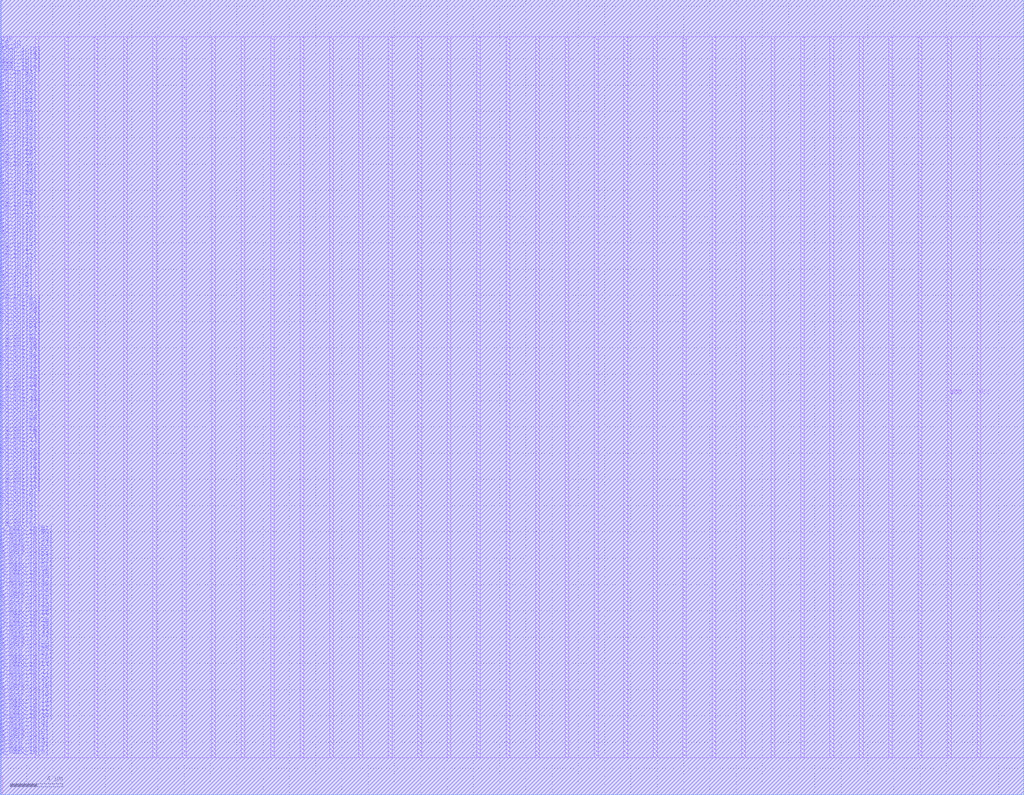
<source format=lef>
VERSION 5.7 ;
BUSBITCHARS "[]" ;
MACRO fakeram45_64x62_upper
  FOREIGN fakeram45_64x62_upper 0 0 ;
  SYMMETRY X Y R90 ;
  SIZE 0.19 BY 1.4 ;
  CLASS BLOCK ;
  PIN w_mask_in[0]
    DIRECTION INPUT ;
    USE SIGNAL ;
    SHAPE ABUTMENT ;
    PORT
      LAYER metal18 ;
      RECT 0.000 2.800 0.070 2.870 ;
    END
  END w_mask_in[0]
  PIN w_mask_in[1]
    DIRECTION INPUT ;
    USE SIGNAL ;
    SHAPE ABUTMENT ;
    PORT
      LAYER metal18 ;
      RECT 0.000 3.080 0.070 3.150 ;
    END
  END w_mask_in[1]
  PIN w_mask_in[2]
    DIRECTION INPUT ;
    USE SIGNAL ;
    SHAPE ABUTMENT ;
    PORT
      LAYER metal18 ;
      RECT 0.000 3.360 0.070 3.430 ;
    END
  END w_mask_in[2]
  PIN w_mask_in[3]
    DIRECTION INPUT ;
    USE SIGNAL ;
    SHAPE ABUTMENT ;
    PORT
      LAYER metal18 ;
      RECT 0.000 3.640 0.070 3.710 ;
    END
  END w_mask_in[3]
  PIN w_mask_in[4]
    DIRECTION INPUT ;
    USE SIGNAL ;
    SHAPE ABUTMENT ;
    PORT
      LAYER metal18 ;
      RECT 0.000 3.920 0.070 3.990 ;
    END
  END w_mask_in[4]
  PIN w_mask_in[5]
    DIRECTION INPUT ;
    USE SIGNAL ;
    SHAPE ABUTMENT ;
    PORT
      LAYER metal18 ;
      RECT 0.000 4.200 0.070 4.270 ;
    END
  END w_mask_in[5]
  PIN w_mask_in[6]
    DIRECTION INPUT ;
    USE SIGNAL ;
    SHAPE ABUTMENT ;
    PORT
      LAYER metal18 ;
      RECT 0.000 4.480 0.070 4.550 ;
    END
  END w_mask_in[6]
  PIN w_mask_in[7]
    DIRECTION INPUT ;
    USE SIGNAL ;
    SHAPE ABUTMENT ;
    PORT
      LAYER metal18 ;
      RECT 0.000 4.760 0.070 4.830 ;
    END
  END w_mask_in[7]
  PIN w_mask_in[8]
    DIRECTION INPUT ;
    USE SIGNAL ;
    SHAPE ABUTMENT ;
    PORT
      LAYER metal18 ;
      RECT 0.000 5.040 0.070 5.110 ;
    END
  END w_mask_in[8]
  PIN w_mask_in[9]
    DIRECTION INPUT ;
    USE SIGNAL ;
    SHAPE ABUTMENT ;
    PORT
      LAYER metal18 ;
      RECT 0.000 5.320 0.070 5.390 ;
    END
  END w_mask_in[9]
  PIN w_mask_in[10]
    DIRECTION INPUT ;
    USE SIGNAL ;
    SHAPE ABUTMENT ;
    PORT
      LAYER metal18 ;
      RECT 0.000 5.600 0.070 5.670 ;
    END
  END w_mask_in[10]
  PIN w_mask_in[11]
    DIRECTION INPUT ;
    USE SIGNAL ;
    SHAPE ABUTMENT ;
    PORT
      LAYER metal18 ;
      RECT 0.000 5.880 0.070 5.950 ;
    END
  END w_mask_in[11]
  PIN w_mask_in[12]
    DIRECTION INPUT ;
    USE SIGNAL ;
    SHAPE ABUTMENT ;
    PORT
      LAYER metal18 ;
      RECT 0.000 6.160 0.070 6.230 ;
    END
  END w_mask_in[12]
  PIN w_mask_in[13]
    DIRECTION INPUT ;
    USE SIGNAL ;
    SHAPE ABUTMENT ;
    PORT
      LAYER metal18 ;
      RECT 0.000 6.440 0.070 6.510 ;
    END
  END w_mask_in[13]
  PIN w_mask_in[14]
    DIRECTION INPUT ;
    USE SIGNAL ;
    SHAPE ABUTMENT ;
    PORT
      LAYER metal18 ;
      RECT 0.000 6.720 0.070 6.790 ;
    END
  END w_mask_in[14]
  PIN w_mask_in[15]
    DIRECTION INPUT ;
    USE SIGNAL ;
    SHAPE ABUTMENT ;
    PORT
      LAYER metal18 ;
      RECT 0.000 7.000 0.070 7.070 ;
    END
  END w_mask_in[15]
  PIN w_mask_in[16]
    DIRECTION INPUT ;
    USE SIGNAL ;
    SHAPE ABUTMENT ;
    PORT
      LAYER metal18 ;
      RECT 0.000 7.280 0.070 7.350 ;
    END
  END w_mask_in[16]
  PIN w_mask_in[17]
    DIRECTION INPUT ;
    USE SIGNAL ;
    SHAPE ABUTMENT ;
    PORT
      LAYER metal18 ;
      RECT 0.000 7.560 0.070 7.630 ;
    END
  END w_mask_in[17]
  PIN w_mask_in[18]
    DIRECTION INPUT ;
    USE SIGNAL ;
    SHAPE ABUTMENT ;
    PORT
      LAYER metal18 ;
      RECT 0.000 7.840 0.070 7.910 ;
    END
  END w_mask_in[18]
  PIN w_mask_in[19]
    DIRECTION INPUT ;
    USE SIGNAL ;
    SHAPE ABUTMENT ;
    PORT
      LAYER metal18 ;
      RECT 0.000 8.120 0.070 8.190 ;
    END
  END w_mask_in[19]
  PIN w_mask_in[20]
    DIRECTION INPUT ;
    USE SIGNAL ;
    SHAPE ABUTMENT ;
    PORT
      LAYER metal18 ;
      RECT 0.000 8.400 0.070 8.470 ;
    END
  END w_mask_in[20]
  PIN w_mask_in[21]
    DIRECTION INPUT ;
    USE SIGNAL ;
    SHAPE ABUTMENT ;
    PORT
      LAYER metal18 ;
      RECT 0.000 8.680 0.070 8.750 ;
    END
  END w_mask_in[21]
  PIN w_mask_in[22]
    DIRECTION INPUT ;
    USE SIGNAL ;
    SHAPE ABUTMENT ;
    PORT
      LAYER metal18 ;
      RECT 0.000 8.960 0.070 9.030 ;
    END
  END w_mask_in[22]
  PIN w_mask_in[23]
    DIRECTION INPUT ;
    USE SIGNAL ;
    SHAPE ABUTMENT ;
    PORT
      LAYER metal18 ;
      RECT 0.000 9.240 0.070 9.310 ;
    END
  END w_mask_in[23]
  PIN w_mask_in[24]
    DIRECTION INPUT ;
    USE SIGNAL ;
    SHAPE ABUTMENT ;
    PORT
      LAYER metal18 ;
      RECT 0.000 9.520 0.070 9.590 ;
    END
  END w_mask_in[24]
  PIN w_mask_in[25]
    DIRECTION INPUT ;
    USE SIGNAL ;
    SHAPE ABUTMENT ;
    PORT
      LAYER metal18 ;
      RECT 0.000 9.800 0.070 9.870 ;
    END
  END w_mask_in[25]
  PIN w_mask_in[26]
    DIRECTION INPUT ;
    USE SIGNAL ;
    SHAPE ABUTMENT ;
    PORT
      LAYER metal18 ;
      RECT 0.000 10.080 0.070 10.150 ;
    END
  END w_mask_in[26]
  PIN w_mask_in[27]
    DIRECTION INPUT ;
    USE SIGNAL ;
    SHAPE ABUTMENT ;
    PORT
      LAYER metal18 ;
      RECT 0.000 10.360 0.070 10.430 ;
    END
  END w_mask_in[27]
  PIN w_mask_in[28]
    DIRECTION INPUT ;
    USE SIGNAL ;
    SHAPE ABUTMENT ;
    PORT
      LAYER metal18 ;
      RECT 0.000 10.640 0.070 10.710 ;
    END
  END w_mask_in[28]
  PIN w_mask_in[29]
    DIRECTION INPUT ;
    USE SIGNAL ;
    SHAPE ABUTMENT ;
    PORT
      LAYER metal18 ;
      RECT 0.000 10.920 0.070 10.990 ;
    END
  END w_mask_in[29]
  PIN w_mask_in[30]
    DIRECTION INPUT ;
    USE SIGNAL ;
    SHAPE ABUTMENT ;
    PORT
      LAYER metal18 ;
      RECT 0.000 11.200 0.070 11.270 ;
    END
  END w_mask_in[30]
  PIN w_mask_in[31]
    DIRECTION INPUT ;
    USE SIGNAL ;
    SHAPE ABUTMENT ;
    PORT
      LAYER metal18 ;
      RECT 0.000 11.480 0.070 11.550 ;
    END
  END w_mask_in[31]
  PIN w_mask_in[32]
    DIRECTION INPUT ;
    USE SIGNAL ;
    SHAPE ABUTMENT ;
    PORT
      LAYER metal18 ;
      RECT 0.000 11.760 0.070 11.830 ;
    END
  END w_mask_in[32]
  PIN w_mask_in[33]
    DIRECTION INPUT ;
    USE SIGNAL ;
    SHAPE ABUTMENT ;
    PORT
      LAYER metal18 ;
      RECT 0.000 12.040 0.070 12.110 ;
    END
  END w_mask_in[33]
  PIN w_mask_in[34]
    DIRECTION INPUT ;
    USE SIGNAL ;
    SHAPE ABUTMENT ;
    PORT
      LAYER metal18 ;
      RECT 0.000 12.320 0.070 12.390 ;
    END
  END w_mask_in[34]
  PIN w_mask_in[35]
    DIRECTION INPUT ;
    USE SIGNAL ;
    SHAPE ABUTMENT ;
    PORT
      LAYER metal18 ;
      RECT 0.000 12.600 0.070 12.670 ;
    END
  END w_mask_in[35]
  PIN w_mask_in[36]
    DIRECTION INPUT ;
    USE SIGNAL ;
    SHAPE ABUTMENT ;
    PORT
      LAYER metal18 ;
      RECT 0.000 12.880 0.070 12.950 ;
    END
  END w_mask_in[36]
  PIN w_mask_in[37]
    DIRECTION INPUT ;
    USE SIGNAL ;
    SHAPE ABUTMENT ;
    PORT
      LAYER metal18 ;
      RECT 0.000 13.160 0.070 13.230 ;
    END
  END w_mask_in[37]
  PIN w_mask_in[38]
    DIRECTION INPUT ;
    USE SIGNAL ;
    SHAPE ABUTMENT ;
    PORT
      LAYER metal18 ;
      RECT 0.000 13.440 0.070 13.510 ;
    END
  END w_mask_in[38]
  PIN w_mask_in[39]
    DIRECTION INPUT ;
    USE SIGNAL ;
    SHAPE ABUTMENT ;
    PORT
      LAYER metal18 ;
      RECT 0.000 13.720 0.070 13.790 ;
    END
  END w_mask_in[39]
  PIN w_mask_in[40]
    DIRECTION INPUT ;
    USE SIGNAL ;
    SHAPE ABUTMENT ;
    PORT
      LAYER metal18 ;
      RECT 0.000 14.000 0.070 14.070 ;
    END
  END w_mask_in[40]
  PIN w_mask_in[41]
    DIRECTION INPUT ;
    USE SIGNAL ;
    SHAPE ABUTMENT ;
    PORT
      LAYER metal18 ;
      RECT 0.000 14.280 0.070 14.350 ;
    END
  END w_mask_in[41]
  PIN w_mask_in[42]
    DIRECTION INPUT ;
    USE SIGNAL ;
    SHAPE ABUTMENT ;
    PORT
      LAYER metal18 ;
      RECT 0.000 14.560 0.070 14.630 ;
    END
  END w_mask_in[42]
  PIN w_mask_in[43]
    DIRECTION INPUT ;
    USE SIGNAL ;
    SHAPE ABUTMENT ;
    PORT
      LAYER metal18 ;
      RECT 0.000 14.840 0.070 14.910 ;
    END
  END w_mask_in[43]
  PIN w_mask_in[44]
    DIRECTION INPUT ;
    USE SIGNAL ;
    SHAPE ABUTMENT ;
    PORT
      LAYER metal18 ;
      RECT 0.000 15.120 0.070 15.190 ;
    END
  END w_mask_in[44]
  PIN w_mask_in[45]
    DIRECTION INPUT ;
    USE SIGNAL ;
    SHAPE ABUTMENT ;
    PORT
      LAYER metal18 ;
      RECT 0.000 15.400 0.070 15.470 ;
    END
  END w_mask_in[45]
  PIN w_mask_in[46]
    DIRECTION INPUT ;
    USE SIGNAL ;
    SHAPE ABUTMENT ;
    PORT
      LAYER metal18 ;
      RECT 0.000 15.680 0.070 15.750 ;
    END
  END w_mask_in[46]
  PIN w_mask_in[47]
    DIRECTION INPUT ;
    USE SIGNAL ;
    SHAPE ABUTMENT ;
    PORT
      LAYER metal18 ;
      RECT 0.000 15.960 0.070 16.030 ;
    END
  END w_mask_in[47]
  PIN w_mask_in[48]
    DIRECTION INPUT ;
    USE SIGNAL ;
    SHAPE ABUTMENT ;
    PORT
      LAYER metal18 ;
      RECT 0.000 16.240 0.070 16.310 ;
    END
  END w_mask_in[48]
  PIN w_mask_in[49]
    DIRECTION INPUT ;
    USE SIGNAL ;
    SHAPE ABUTMENT ;
    PORT
      LAYER metal18 ;
      RECT 0.000 16.520 0.070 16.590 ;
    END
  END w_mask_in[49]
  PIN w_mask_in[50]
    DIRECTION INPUT ;
    USE SIGNAL ;
    SHAPE ABUTMENT ;
    PORT
      LAYER metal18 ;
      RECT 0.000 16.800 0.070 16.870 ;
    END
  END w_mask_in[50]
  PIN w_mask_in[51]
    DIRECTION INPUT ;
    USE SIGNAL ;
    SHAPE ABUTMENT ;
    PORT
      LAYER metal18 ;
      RECT 0.000 17.080 0.070 17.150 ;
    END
  END w_mask_in[51]
  PIN w_mask_in[52]
    DIRECTION INPUT ;
    USE SIGNAL ;
    SHAPE ABUTMENT ;
    PORT
      LAYER metal18 ;
      RECT 0.000 17.360 0.070 17.430 ;
    END
  END w_mask_in[52]
  PIN w_mask_in[53]
    DIRECTION INPUT ;
    USE SIGNAL ;
    SHAPE ABUTMENT ;
    PORT
      LAYER metal18 ;
      RECT 0.000 17.640 0.070 17.710 ;
    END
  END w_mask_in[53]
  PIN w_mask_in[54]
    DIRECTION INPUT ;
    USE SIGNAL ;
    SHAPE ABUTMENT ;
    PORT
      LAYER metal18 ;
      RECT 0.000 17.920 0.070 17.990 ;
    END
  END w_mask_in[54]
  PIN w_mask_in[55]
    DIRECTION INPUT ;
    USE SIGNAL ;
    SHAPE ABUTMENT ;
    PORT
      LAYER metal18 ;
      RECT 0.000 18.200 0.070 18.270 ;
    END
  END w_mask_in[55]
  PIN w_mask_in[56]
    DIRECTION INPUT ;
    USE SIGNAL ;
    SHAPE ABUTMENT ;
    PORT
      LAYER metal18 ;
      RECT 0.000 18.480 0.070 18.550 ;
    END
  END w_mask_in[56]
  PIN w_mask_in[57]
    DIRECTION INPUT ;
    USE SIGNAL ;
    SHAPE ABUTMENT ;
    PORT
      LAYER metal18 ;
      RECT 0.000 18.760 0.070 18.830 ;
    END
  END w_mask_in[57]
  PIN w_mask_in[58]
    DIRECTION INPUT ;
    USE SIGNAL ;
    SHAPE ABUTMENT ;
    PORT
      LAYER metal18 ;
      RECT 0.000 19.040 0.070 19.110 ;
    END
  END w_mask_in[58]
  PIN w_mask_in[59]
    DIRECTION INPUT ;
    USE SIGNAL ;
    SHAPE ABUTMENT ;
    PORT
      LAYER metal18 ;
      RECT 0.000 19.320 0.070 19.390 ;
    END
  END w_mask_in[59]
  PIN w_mask_in[60]
    DIRECTION INPUT ;
    USE SIGNAL ;
    SHAPE ABUTMENT ;
    PORT
      LAYER metal18 ;
      RECT 0.000 19.600 0.070 19.670 ;
    END
  END w_mask_in[60]
  PIN w_mask_in[61]
    DIRECTION INPUT ;
    USE SIGNAL ;
    SHAPE ABUTMENT ;
    PORT
      LAYER metal18 ;
      RECT 0.000 19.880 0.070 19.950 ;
    END
  END w_mask_in[61]
  PIN rd_out[0]
    DIRECTION OUTPUT ;
    USE SIGNAL ;
    SHAPE ABUTMENT ;
    PORT
      LAYER metal18 ;
      RECT 0.000 20.160 0.070 20.230 ;
    END
  END rd_out[0]
  PIN rd_out[1]
    DIRECTION OUTPUT ;
    USE SIGNAL ;
    SHAPE ABUTMENT ;
    PORT
      LAYER metal18 ;
      RECT 0.000 20.440 0.070 20.510 ;
    END
  END rd_out[1]
  PIN rd_out[2]
    DIRECTION OUTPUT ;
    USE SIGNAL ;
    SHAPE ABUTMENT ;
    PORT
      LAYER metal18 ;
      RECT 0.000 20.720 0.070 20.790 ;
    END
  END rd_out[2]
  PIN rd_out[3]
    DIRECTION OUTPUT ;
    USE SIGNAL ;
    SHAPE ABUTMENT ;
    PORT
      LAYER metal18 ;
      RECT 0.000 21.000 0.070 21.070 ;
    END
  END rd_out[3]
  PIN rd_out[4]
    DIRECTION OUTPUT ;
    USE SIGNAL ;
    SHAPE ABUTMENT ;
    PORT
      LAYER metal18 ;
      RECT 0.000 21.280 0.070 21.350 ;
    END
  END rd_out[4]
  PIN rd_out[5]
    DIRECTION OUTPUT ;
    USE SIGNAL ;
    SHAPE ABUTMENT ;
    PORT
      LAYER metal18 ;
      RECT 0.000 21.560 0.070 21.630 ;
    END
  END rd_out[5]
  PIN rd_out[6]
    DIRECTION OUTPUT ;
    USE SIGNAL ;
    SHAPE ABUTMENT ;
    PORT
      LAYER metal18 ;
      RECT 0.000 21.840 0.070 21.910 ;
    END
  END rd_out[6]
  PIN rd_out[7]
    DIRECTION OUTPUT ;
    USE SIGNAL ;
    SHAPE ABUTMENT ;
    PORT
      LAYER metal18 ;
      RECT 0.000 22.120 0.070 22.190 ;
    END
  END rd_out[7]
  PIN rd_out[8]
    DIRECTION OUTPUT ;
    USE SIGNAL ;
    SHAPE ABUTMENT ;
    PORT
      LAYER metal18 ;
      RECT 0.000 22.400 0.070 22.470 ;
    END
  END rd_out[8]
  PIN rd_out[9]
    DIRECTION OUTPUT ;
    USE SIGNAL ;
    SHAPE ABUTMENT ;
    PORT
      LAYER metal18 ;
      RECT 0.000 22.680 0.070 22.750 ;
    END
  END rd_out[9]
  PIN rd_out[10]
    DIRECTION OUTPUT ;
    USE SIGNAL ;
    SHAPE ABUTMENT ;
    PORT
      LAYER metal18 ;
      RECT 0.000 22.960 0.070 23.030 ;
    END
  END rd_out[10]
  PIN rd_out[11]
    DIRECTION OUTPUT ;
    USE SIGNAL ;
    SHAPE ABUTMENT ;
    PORT
      LAYER metal18 ;
      RECT 0.000 23.240 0.070 23.310 ;
    END
  END rd_out[11]
  PIN rd_out[12]
    DIRECTION OUTPUT ;
    USE SIGNAL ;
    SHAPE ABUTMENT ;
    PORT
      LAYER metal18 ;
      RECT 0.000 23.520 0.070 23.590 ;
    END
  END rd_out[12]
  PIN rd_out[13]
    DIRECTION OUTPUT ;
    USE SIGNAL ;
    SHAPE ABUTMENT ;
    PORT
      LAYER metal18 ;
      RECT 0.000 23.800 0.070 23.870 ;
    END
  END rd_out[13]
  PIN rd_out[14]
    DIRECTION OUTPUT ;
    USE SIGNAL ;
    SHAPE ABUTMENT ;
    PORT
      LAYER metal18 ;
      RECT 0.000 24.080 0.070 24.150 ;
    END
  END rd_out[14]
  PIN rd_out[15]
    DIRECTION OUTPUT ;
    USE SIGNAL ;
    SHAPE ABUTMENT ;
    PORT
      LAYER metal18 ;
      RECT 0.000 24.360 0.070 24.430 ;
    END
  END rd_out[15]
  PIN rd_out[16]
    DIRECTION OUTPUT ;
    USE SIGNAL ;
    SHAPE ABUTMENT ;
    PORT
      LAYER metal18 ;
      RECT 0.000 24.640 0.070 24.710 ;
    END
  END rd_out[16]
  PIN rd_out[17]
    DIRECTION OUTPUT ;
    USE SIGNAL ;
    SHAPE ABUTMENT ;
    PORT
      LAYER metal18 ;
      RECT 0.000 24.920 0.070 24.990 ;
    END
  END rd_out[17]
  PIN rd_out[18]
    DIRECTION OUTPUT ;
    USE SIGNAL ;
    SHAPE ABUTMENT ;
    PORT
      LAYER metal18 ;
      RECT 0.000 25.200 0.070 25.270 ;
    END
  END rd_out[18]
  PIN rd_out[19]
    DIRECTION OUTPUT ;
    USE SIGNAL ;
    SHAPE ABUTMENT ;
    PORT
      LAYER metal18 ;
      RECT 0.000 25.480 0.070 25.550 ;
    END
  END rd_out[19]
  PIN rd_out[20]
    DIRECTION OUTPUT ;
    USE SIGNAL ;
    SHAPE ABUTMENT ;
    PORT
      LAYER metal18 ;
      RECT 0.000 25.760 0.070 25.830 ;
    END
  END rd_out[20]
  PIN rd_out[21]
    DIRECTION OUTPUT ;
    USE SIGNAL ;
    SHAPE ABUTMENT ;
    PORT
      LAYER metal18 ;
      RECT 0.000 26.040 0.070 26.110 ;
    END
  END rd_out[21]
  PIN rd_out[22]
    DIRECTION OUTPUT ;
    USE SIGNAL ;
    SHAPE ABUTMENT ;
    PORT
      LAYER metal18 ;
      RECT 0.000 26.320 0.070 26.390 ;
    END
  END rd_out[22]
  PIN rd_out[23]
    DIRECTION OUTPUT ;
    USE SIGNAL ;
    SHAPE ABUTMENT ;
    PORT
      LAYER metal18 ;
      RECT 0.000 26.600 0.070 26.670 ;
    END
  END rd_out[23]
  PIN rd_out[24]
    DIRECTION OUTPUT ;
    USE SIGNAL ;
    SHAPE ABUTMENT ;
    PORT
      LAYER metal18 ;
      RECT 0.000 26.880 0.070 26.950 ;
    END
  END rd_out[24]
  PIN rd_out[25]
    DIRECTION OUTPUT ;
    USE SIGNAL ;
    SHAPE ABUTMENT ;
    PORT
      LAYER metal18 ;
      RECT 0.000 27.160 0.070 27.230 ;
    END
  END rd_out[25]
  PIN rd_out[26]
    DIRECTION OUTPUT ;
    USE SIGNAL ;
    SHAPE ABUTMENT ;
    PORT
      LAYER metal18 ;
      RECT 0.000 27.440 0.070 27.510 ;
    END
  END rd_out[26]
  PIN rd_out[27]
    DIRECTION OUTPUT ;
    USE SIGNAL ;
    SHAPE ABUTMENT ;
    PORT
      LAYER metal18 ;
      RECT 0.000 27.720 0.070 27.790 ;
    END
  END rd_out[27]
  PIN rd_out[28]
    DIRECTION OUTPUT ;
    USE SIGNAL ;
    SHAPE ABUTMENT ;
    PORT
      LAYER metal18 ;
      RECT 0.000 28.000 0.070 28.070 ;
    END
  END rd_out[28]
  PIN rd_out[29]
    DIRECTION OUTPUT ;
    USE SIGNAL ;
    SHAPE ABUTMENT ;
    PORT
      LAYER metal18 ;
      RECT 0.000 28.280 0.070 28.350 ;
    END
  END rd_out[29]
  PIN rd_out[30]
    DIRECTION OUTPUT ;
    USE SIGNAL ;
    SHAPE ABUTMENT ;
    PORT
      LAYER metal18 ;
      RECT 0.000 28.560 0.070 28.630 ;
    END
  END rd_out[30]
  PIN rd_out[31]
    DIRECTION OUTPUT ;
    USE SIGNAL ;
    SHAPE ABUTMENT ;
    PORT
      LAYER metal18 ;
      RECT 0.000 28.840 0.070 28.910 ;
    END
  END rd_out[31]
  PIN rd_out[32]
    DIRECTION OUTPUT ;
    USE SIGNAL ;
    SHAPE ABUTMENT ;
    PORT
      LAYER metal18 ;
      RECT 0.000 29.120 0.070 29.190 ;
    END
  END rd_out[32]
  PIN rd_out[33]
    DIRECTION OUTPUT ;
    USE SIGNAL ;
    SHAPE ABUTMENT ;
    PORT
      LAYER metal18 ;
      RECT 0.000 29.400 0.070 29.470 ;
    END
  END rd_out[33]
  PIN rd_out[34]
    DIRECTION OUTPUT ;
    USE SIGNAL ;
    SHAPE ABUTMENT ;
    PORT
      LAYER metal18 ;
      RECT 0.000 29.680 0.070 29.750 ;
    END
  END rd_out[34]
  PIN rd_out[35]
    DIRECTION OUTPUT ;
    USE SIGNAL ;
    SHAPE ABUTMENT ;
    PORT
      LAYER metal18 ;
      RECT 0.000 29.960 0.070 30.030 ;
    END
  END rd_out[35]
  PIN rd_out[36]
    DIRECTION OUTPUT ;
    USE SIGNAL ;
    SHAPE ABUTMENT ;
    PORT
      LAYER metal18 ;
      RECT 0.000 30.240 0.070 30.310 ;
    END
  END rd_out[36]
  PIN rd_out[37]
    DIRECTION OUTPUT ;
    USE SIGNAL ;
    SHAPE ABUTMENT ;
    PORT
      LAYER metal18 ;
      RECT 0.000 30.520 0.070 30.590 ;
    END
  END rd_out[37]
  PIN rd_out[38]
    DIRECTION OUTPUT ;
    USE SIGNAL ;
    SHAPE ABUTMENT ;
    PORT
      LAYER metal18 ;
      RECT 0.000 30.800 0.070 30.870 ;
    END
  END rd_out[38]
  PIN rd_out[39]
    DIRECTION OUTPUT ;
    USE SIGNAL ;
    SHAPE ABUTMENT ;
    PORT
      LAYER metal18 ;
      RECT 0.000 31.080 0.070 31.150 ;
    END
  END rd_out[39]
  PIN rd_out[40]
    DIRECTION OUTPUT ;
    USE SIGNAL ;
    SHAPE ABUTMENT ;
    PORT
      LAYER metal18 ;
      RECT 0.000 31.360 0.070 31.430 ;
    END
  END rd_out[40]
  PIN rd_out[41]
    DIRECTION OUTPUT ;
    USE SIGNAL ;
    SHAPE ABUTMENT ;
    PORT
      LAYER metal18 ;
      RECT 0.000 31.640 0.070 31.710 ;
    END
  END rd_out[41]
  PIN rd_out[42]
    DIRECTION OUTPUT ;
    USE SIGNAL ;
    SHAPE ABUTMENT ;
    PORT
      LAYER metal18 ;
      RECT 0.000 31.920 0.070 31.990 ;
    END
  END rd_out[42]
  PIN rd_out[43]
    DIRECTION OUTPUT ;
    USE SIGNAL ;
    SHAPE ABUTMENT ;
    PORT
      LAYER metal18 ;
      RECT 0.000 32.200 0.070 32.270 ;
    END
  END rd_out[43]
  PIN rd_out[44]
    DIRECTION OUTPUT ;
    USE SIGNAL ;
    SHAPE ABUTMENT ;
    PORT
      LAYER metal18 ;
      RECT 0.000 32.480 0.070 32.550 ;
    END
  END rd_out[44]
  PIN rd_out[45]
    DIRECTION OUTPUT ;
    USE SIGNAL ;
    SHAPE ABUTMENT ;
    PORT
      LAYER metal18 ;
      RECT 0.000 32.760 0.070 32.830 ;
    END
  END rd_out[45]
  PIN rd_out[46]
    DIRECTION OUTPUT ;
    USE SIGNAL ;
    SHAPE ABUTMENT ;
    PORT
      LAYER metal18 ;
      RECT 0.000 33.040 0.070 33.110 ;
    END
  END rd_out[46]
  PIN rd_out[47]
    DIRECTION OUTPUT ;
    USE SIGNAL ;
    SHAPE ABUTMENT ;
    PORT
      LAYER metal18 ;
      RECT 0.000 33.320 0.070 33.390 ;
    END
  END rd_out[47]
  PIN rd_out[48]
    DIRECTION OUTPUT ;
    USE SIGNAL ;
    SHAPE ABUTMENT ;
    PORT
      LAYER metal18 ;
      RECT 0.000 33.600 0.070 33.670 ;
    END
  END rd_out[48]
  PIN rd_out[49]
    DIRECTION OUTPUT ;
    USE SIGNAL ;
    SHAPE ABUTMENT ;
    PORT
      LAYER metal18 ;
      RECT 0.000 33.880 0.070 33.950 ;
    END
  END rd_out[49]
  PIN rd_out[50]
    DIRECTION OUTPUT ;
    USE SIGNAL ;
    SHAPE ABUTMENT ;
    PORT
      LAYER metal18 ;
      RECT 0.000 34.160 0.070 34.230 ;
    END
  END rd_out[50]
  PIN rd_out[51]
    DIRECTION OUTPUT ;
    USE SIGNAL ;
    SHAPE ABUTMENT ;
    PORT
      LAYER metal18 ;
      RECT 0.000 34.440 0.070 34.510 ;
    END
  END rd_out[51]
  PIN rd_out[52]
    DIRECTION OUTPUT ;
    USE SIGNAL ;
    SHAPE ABUTMENT ;
    PORT
      LAYER metal18 ;
      RECT 0.000 34.720 0.070 34.790 ;
    END
  END rd_out[52]
  PIN rd_out[53]
    DIRECTION OUTPUT ;
    USE SIGNAL ;
    SHAPE ABUTMENT ;
    PORT
      LAYER metal18 ;
      RECT 0.000 35.000 0.070 35.070 ;
    END
  END rd_out[53]
  PIN rd_out[54]
    DIRECTION OUTPUT ;
    USE SIGNAL ;
    SHAPE ABUTMENT ;
    PORT
      LAYER metal18 ;
      RECT 0.000 35.280 0.070 35.350 ;
    END
  END rd_out[54]
  PIN rd_out[55]
    DIRECTION OUTPUT ;
    USE SIGNAL ;
    SHAPE ABUTMENT ;
    PORT
      LAYER metal18 ;
      RECT 0.000 35.560 0.070 35.630 ;
    END
  END rd_out[55]
  PIN rd_out[56]
    DIRECTION OUTPUT ;
    USE SIGNAL ;
    SHAPE ABUTMENT ;
    PORT
      LAYER metal18 ;
      RECT 0.000 35.840 0.070 35.910 ;
    END
  END rd_out[56]
  PIN rd_out[57]
    DIRECTION OUTPUT ;
    USE SIGNAL ;
    SHAPE ABUTMENT ;
    PORT
      LAYER metal18 ;
      RECT 0.000 36.120 0.070 36.190 ;
    END
  END rd_out[57]
  PIN rd_out[58]
    DIRECTION OUTPUT ;
    USE SIGNAL ;
    SHAPE ABUTMENT ;
    PORT
      LAYER metal18 ;
      RECT 0.000 36.400 0.070 36.470 ;
    END
  END rd_out[58]
  PIN rd_out[59]
    DIRECTION OUTPUT ;
    USE SIGNAL ;
    SHAPE ABUTMENT ;
    PORT
      LAYER metal18 ;
      RECT 0.000 36.680 0.070 36.750 ;
    END
  END rd_out[59]
  PIN rd_out[60]
    DIRECTION OUTPUT ;
    USE SIGNAL ;
    SHAPE ABUTMENT ;
    PORT
      LAYER metal18 ;
      RECT 0.000 36.960 0.070 37.030 ;
    END
  END rd_out[60]
  PIN rd_out[61]
    DIRECTION OUTPUT ;
    USE SIGNAL ;
    SHAPE ABUTMENT ;
    PORT
      LAYER metal18 ;
      RECT 0.000 37.240 0.070 37.310 ;
    END
  END rd_out[61]
  PIN wd_in[0]
    DIRECTION INPUT ;
    USE SIGNAL ;
    SHAPE ABUTMENT ;
    PORT
      LAYER metal18 ;
      RECT 0.000 37.520 0.070 37.590 ;
    END
  END wd_in[0]
  PIN wd_in[1]
    DIRECTION INPUT ;
    USE SIGNAL ;
    SHAPE ABUTMENT ;
    PORT
      LAYER metal18 ;
      RECT 0.000 37.800 0.070 37.870 ;
    END
  END wd_in[1]
  PIN wd_in[2]
    DIRECTION INPUT ;
    USE SIGNAL ;
    SHAPE ABUTMENT ;
    PORT
      LAYER metal18 ;
      RECT 0.000 38.080 0.070 38.150 ;
    END
  END wd_in[2]
  PIN wd_in[3]
    DIRECTION INPUT ;
    USE SIGNAL ;
    SHAPE ABUTMENT ;
    PORT
      LAYER metal18 ;
      RECT 0.000 38.360 0.070 38.430 ;
    END
  END wd_in[3]
  PIN wd_in[4]
    DIRECTION INPUT ;
    USE SIGNAL ;
    SHAPE ABUTMENT ;
    PORT
      LAYER metal18 ;
      RECT 0.000 38.640 0.070 38.710 ;
    END
  END wd_in[4]
  PIN wd_in[5]
    DIRECTION INPUT ;
    USE SIGNAL ;
    SHAPE ABUTMENT ;
    PORT
      LAYER metal18 ;
      RECT 0.000 38.920 0.070 38.990 ;
    END
  END wd_in[5]
  PIN wd_in[6]
    DIRECTION INPUT ;
    USE SIGNAL ;
    SHAPE ABUTMENT ;
    PORT
      LAYER metal18 ;
      RECT 0.000 39.200 0.070 39.270 ;
    END
  END wd_in[6]
  PIN wd_in[7]
    DIRECTION INPUT ;
    USE SIGNAL ;
    SHAPE ABUTMENT ;
    PORT
      LAYER metal18 ;
      RECT 0.000 39.480 0.070 39.550 ;
    END
  END wd_in[7]
  PIN wd_in[8]
    DIRECTION INPUT ;
    USE SIGNAL ;
    SHAPE ABUTMENT ;
    PORT
      LAYER metal18 ;
      RECT 0.000 39.760 0.070 39.830 ;
    END
  END wd_in[8]
  PIN wd_in[9]
    DIRECTION INPUT ;
    USE SIGNAL ;
    SHAPE ABUTMENT ;
    PORT
      LAYER metal18 ;
      RECT 0.000 40.040 0.070 40.110 ;
    END
  END wd_in[9]
  PIN wd_in[10]
    DIRECTION INPUT ;
    USE SIGNAL ;
    SHAPE ABUTMENT ;
    PORT
      LAYER metal18 ;
      RECT 0.000 40.320 0.070 40.390 ;
    END
  END wd_in[10]
  PIN wd_in[11]
    DIRECTION INPUT ;
    USE SIGNAL ;
    SHAPE ABUTMENT ;
    PORT
      LAYER metal18 ;
      RECT 0.000 40.600 0.070 40.670 ;
    END
  END wd_in[11]
  PIN wd_in[12]
    DIRECTION INPUT ;
    USE SIGNAL ;
    SHAPE ABUTMENT ;
    PORT
      LAYER metal18 ;
      RECT 0.000 40.880 0.070 40.950 ;
    END
  END wd_in[12]
  PIN wd_in[13]
    DIRECTION INPUT ;
    USE SIGNAL ;
    SHAPE ABUTMENT ;
    PORT
      LAYER metal18 ;
      RECT 0.000 41.160 0.070 41.230 ;
    END
  END wd_in[13]
  PIN wd_in[14]
    DIRECTION INPUT ;
    USE SIGNAL ;
    SHAPE ABUTMENT ;
    PORT
      LAYER metal18 ;
      RECT 0.000 41.440 0.070 41.510 ;
    END
  END wd_in[14]
  PIN wd_in[15]
    DIRECTION INPUT ;
    USE SIGNAL ;
    SHAPE ABUTMENT ;
    PORT
      LAYER metal18 ;
      RECT 0.000 41.720 0.070 41.790 ;
    END
  END wd_in[15]
  PIN wd_in[16]
    DIRECTION INPUT ;
    USE SIGNAL ;
    SHAPE ABUTMENT ;
    PORT
      LAYER metal18 ;
      RECT 0.000 42.000 0.070 42.070 ;
    END
  END wd_in[16]
  PIN wd_in[17]
    DIRECTION INPUT ;
    USE SIGNAL ;
    SHAPE ABUTMENT ;
    PORT
      LAYER metal18 ;
      RECT 0.000 42.280 0.070 42.350 ;
    END
  END wd_in[17]
  PIN wd_in[18]
    DIRECTION INPUT ;
    USE SIGNAL ;
    SHAPE ABUTMENT ;
    PORT
      LAYER metal18 ;
      RECT 0.000 42.560 0.070 42.630 ;
    END
  END wd_in[18]
  PIN wd_in[19]
    DIRECTION INPUT ;
    USE SIGNAL ;
    SHAPE ABUTMENT ;
    PORT
      LAYER metal18 ;
      RECT 0.000 42.840 0.070 42.910 ;
    END
  END wd_in[19]
  PIN wd_in[20]
    DIRECTION INPUT ;
    USE SIGNAL ;
    SHAPE ABUTMENT ;
    PORT
      LAYER metal18 ;
      RECT 0.000 43.120 0.070 43.190 ;
    END
  END wd_in[20]
  PIN wd_in[21]
    DIRECTION INPUT ;
    USE SIGNAL ;
    SHAPE ABUTMENT ;
    PORT
      LAYER metal18 ;
      RECT 0.000 43.400 0.070 43.470 ;
    END
  END wd_in[21]
  PIN wd_in[22]
    DIRECTION INPUT ;
    USE SIGNAL ;
    SHAPE ABUTMENT ;
    PORT
      LAYER metal18 ;
      RECT 0.000 43.680 0.070 43.750 ;
    END
  END wd_in[22]
  PIN wd_in[23]
    DIRECTION INPUT ;
    USE SIGNAL ;
    SHAPE ABUTMENT ;
    PORT
      LAYER metal18 ;
      RECT 0.000 43.960 0.070 44.030 ;
    END
  END wd_in[23]
  PIN wd_in[24]
    DIRECTION INPUT ;
    USE SIGNAL ;
    SHAPE ABUTMENT ;
    PORT
      LAYER metal18 ;
      RECT 0.000 44.240 0.070 44.310 ;
    END
  END wd_in[24]
  PIN wd_in[25]
    DIRECTION INPUT ;
    USE SIGNAL ;
    SHAPE ABUTMENT ;
    PORT
      LAYER metal18 ;
      RECT 0.000 44.520 0.070 44.590 ;
    END
  END wd_in[25]
  PIN wd_in[26]
    DIRECTION INPUT ;
    USE SIGNAL ;
    SHAPE ABUTMENT ;
    PORT
      LAYER metal18 ;
      RECT 0.000 44.800 0.070 44.870 ;
    END
  END wd_in[26]
  PIN wd_in[27]
    DIRECTION INPUT ;
    USE SIGNAL ;
    SHAPE ABUTMENT ;
    PORT
      LAYER metal18 ;
      RECT 0.000 45.080 0.070 45.150 ;
    END
  END wd_in[27]
  PIN wd_in[28]
    DIRECTION INPUT ;
    USE SIGNAL ;
    SHAPE ABUTMENT ;
    PORT
      LAYER metal18 ;
      RECT 0.000 45.360 0.070 45.430 ;
    END
  END wd_in[28]
  PIN wd_in[29]
    DIRECTION INPUT ;
    USE SIGNAL ;
    SHAPE ABUTMENT ;
    PORT
      LAYER metal18 ;
      RECT 0.000 45.640 0.070 45.710 ;
    END
  END wd_in[29]
  PIN wd_in[30]
    DIRECTION INPUT ;
    USE SIGNAL ;
    SHAPE ABUTMENT ;
    PORT
      LAYER metal18 ;
      RECT 0.000 45.920 0.070 45.990 ;
    END
  END wd_in[30]
  PIN wd_in[31]
    DIRECTION INPUT ;
    USE SIGNAL ;
    SHAPE ABUTMENT ;
    PORT
      LAYER metal18 ;
      RECT 0.000 46.200 0.070 46.270 ;
    END
  END wd_in[31]
  PIN wd_in[32]
    DIRECTION INPUT ;
    USE SIGNAL ;
    SHAPE ABUTMENT ;
    PORT
      LAYER metal18 ;
      RECT 0.000 46.480 0.070 46.550 ;
    END
  END wd_in[32]
  PIN wd_in[33]
    DIRECTION INPUT ;
    USE SIGNAL ;
    SHAPE ABUTMENT ;
    PORT
      LAYER metal18 ;
      RECT 0.000 46.760 0.070 46.830 ;
    END
  END wd_in[33]
  PIN wd_in[34]
    DIRECTION INPUT ;
    USE SIGNAL ;
    SHAPE ABUTMENT ;
    PORT
      LAYER metal18 ;
      RECT 0.000 47.040 0.070 47.110 ;
    END
  END wd_in[34]
  PIN wd_in[35]
    DIRECTION INPUT ;
    USE SIGNAL ;
    SHAPE ABUTMENT ;
    PORT
      LAYER metal18 ;
      RECT 0.000 47.320 0.070 47.390 ;
    END
  END wd_in[35]
  PIN wd_in[36]
    DIRECTION INPUT ;
    USE SIGNAL ;
    SHAPE ABUTMENT ;
    PORT
      LAYER metal18 ;
      RECT 0.000 47.600 0.070 47.670 ;
    END
  END wd_in[36]
  PIN wd_in[37]
    DIRECTION INPUT ;
    USE SIGNAL ;
    SHAPE ABUTMENT ;
    PORT
      LAYER metal18 ;
      RECT 0.000 47.880 0.070 47.950 ;
    END
  END wd_in[37]
  PIN wd_in[38]
    DIRECTION INPUT ;
    USE SIGNAL ;
    SHAPE ABUTMENT ;
    PORT
      LAYER metal18 ;
      RECT 0.000 48.160 0.070 48.230 ;
    END
  END wd_in[38]
  PIN wd_in[39]
    DIRECTION INPUT ;
    USE SIGNAL ;
    SHAPE ABUTMENT ;
    PORT
      LAYER metal18 ;
      RECT 0.000 48.440 0.070 48.510 ;
    END
  END wd_in[39]
  PIN wd_in[40]
    DIRECTION INPUT ;
    USE SIGNAL ;
    SHAPE ABUTMENT ;
    PORT
      LAYER metal18 ;
      RECT 0.000 48.720 0.070 48.790 ;
    END
  END wd_in[40]
  PIN wd_in[41]
    DIRECTION INPUT ;
    USE SIGNAL ;
    SHAPE ABUTMENT ;
    PORT
      LAYER metal18 ;
      RECT 0.000 49.000 0.070 49.070 ;
    END
  END wd_in[41]
  PIN wd_in[42]
    DIRECTION INPUT ;
    USE SIGNAL ;
    SHAPE ABUTMENT ;
    PORT
      LAYER metal18 ;
      RECT 0.000 49.280 0.070 49.350 ;
    END
  END wd_in[42]
  PIN wd_in[43]
    DIRECTION INPUT ;
    USE SIGNAL ;
    SHAPE ABUTMENT ;
    PORT
      LAYER metal18 ;
      RECT 0.000 49.560 0.070 49.630 ;
    END
  END wd_in[43]
  PIN wd_in[44]
    DIRECTION INPUT ;
    USE SIGNAL ;
    SHAPE ABUTMENT ;
    PORT
      LAYER metal18 ;
      RECT 0.000 49.840 0.070 49.910 ;
    END
  END wd_in[44]
  PIN wd_in[45]
    DIRECTION INPUT ;
    USE SIGNAL ;
    SHAPE ABUTMENT ;
    PORT
      LAYER metal18 ;
      RECT 0.000 50.120 0.070 50.190 ;
    END
  END wd_in[45]
  PIN wd_in[46]
    DIRECTION INPUT ;
    USE SIGNAL ;
    SHAPE ABUTMENT ;
    PORT
      LAYER metal18 ;
      RECT 0.000 50.400 0.070 50.470 ;
    END
  END wd_in[46]
  PIN wd_in[47]
    DIRECTION INPUT ;
    USE SIGNAL ;
    SHAPE ABUTMENT ;
    PORT
      LAYER metal18 ;
      RECT 0.000 50.680 0.070 50.750 ;
    END
  END wd_in[47]
  PIN wd_in[48]
    DIRECTION INPUT ;
    USE SIGNAL ;
    SHAPE ABUTMENT ;
    PORT
      LAYER metal18 ;
      RECT 0.000 50.960 0.070 51.030 ;
    END
  END wd_in[48]
  PIN wd_in[49]
    DIRECTION INPUT ;
    USE SIGNAL ;
    SHAPE ABUTMENT ;
    PORT
      LAYER metal18 ;
      RECT 0.000 51.240 0.070 51.310 ;
    END
  END wd_in[49]
  PIN wd_in[50]
    DIRECTION INPUT ;
    USE SIGNAL ;
    SHAPE ABUTMENT ;
    PORT
      LAYER metal18 ;
      RECT 0.000 51.520 0.070 51.590 ;
    END
  END wd_in[50]
  PIN wd_in[51]
    DIRECTION INPUT ;
    USE SIGNAL ;
    SHAPE ABUTMENT ;
    PORT
      LAYER metal18 ;
      RECT 0.000 51.800 0.070 51.870 ;
    END
  END wd_in[51]
  PIN wd_in[52]
    DIRECTION INPUT ;
    USE SIGNAL ;
    SHAPE ABUTMENT ;
    PORT
      LAYER metal18 ;
      RECT 0.000 52.080 0.070 52.150 ;
    END
  END wd_in[52]
  PIN wd_in[53]
    DIRECTION INPUT ;
    USE SIGNAL ;
    SHAPE ABUTMENT ;
    PORT
      LAYER metal18 ;
      RECT 0.000 52.360 0.070 52.430 ;
    END
  END wd_in[53]
  PIN wd_in[54]
    DIRECTION INPUT ;
    USE SIGNAL ;
    SHAPE ABUTMENT ;
    PORT
      LAYER metal18 ;
      RECT 0.000 52.640 0.070 52.710 ;
    END
  END wd_in[54]
  PIN wd_in[55]
    DIRECTION INPUT ;
    USE SIGNAL ;
    SHAPE ABUTMENT ;
    PORT
      LAYER metal18 ;
      RECT 0.000 52.920 0.070 52.990 ;
    END
  END wd_in[55]
  PIN wd_in[56]
    DIRECTION INPUT ;
    USE SIGNAL ;
    SHAPE ABUTMENT ;
    PORT
      LAYER metal18 ;
      RECT 0.000 53.200 0.070 53.270 ;
    END
  END wd_in[56]
  PIN wd_in[57]
    DIRECTION INPUT ;
    USE SIGNAL ;
    SHAPE ABUTMENT ;
    PORT
      LAYER metal18 ;
      RECT 0.000 53.480 0.070 53.550 ;
    END
  END wd_in[57]
  PIN wd_in[58]
    DIRECTION INPUT ;
    USE SIGNAL ;
    SHAPE ABUTMENT ;
    PORT
      LAYER metal18 ;
      RECT 0.000 53.760 0.070 53.830 ;
    END
  END wd_in[58]
  PIN wd_in[59]
    DIRECTION INPUT ;
    USE SIGNAL ;
    SHAPE ABUTMENT ;
    PORT
      LAYER metal18 ;
      RECT 0.000 54.040 0.070 54.110 ;
    END
  END wd_in[59]
  PIN wd_in[60]
    DIRECTION INPUT ;
    USE SIGNAL ;
    SHAPE ABUTMENT ;
    PORT
      LAYER metal18 ;
      RECT 0.000 54.320 0.070 54.390 ;
    END
  END wd_in[60]
  PIN wd_in[61]
    DIRECTION INPUT ;
    USE SIGNAL ;
    SHAPE ABUTMENT ;
    PORT
      LAYER metal18 ;
      RECT 0.000 54.600 0.070 54.670 ;
    END
  END wd_in[61]
  PIN addr_in[0]
    DIRECTION INPUT ;
    USE SIGNAL ;
    SHAPE ABUTMENT ;
    PORT
      LAYER metal18 ;
      RECT 0.000 54.880 0.070 54.950 ;
    END
  END addr_in[0]
  PIN addr_in[1]
    DIRECTION INPUT ;
    USE SIGNAL ;
    SHAPE ABUTMENT ;
    PORT
      LAYER metal18 ;
      RECT 0.000 55.160 0.070 55.230 ;
    END
  END addr_in[1]
  PIN addr_in[2]
    DIRECTION INPUT ;
    USE SIGNAL ;
    SHAPE ABUTMENT ;
    PORT
      LAYER metal18 ;
      RECT 0.000 55.440 0.070 55.510 ;
    END
  END addr_in[2]
  PIN addr_in[3]
    DIRECTION INPUT ;
    USE SIGNAL ;
    SHAPE ABUTMENT ;
    PORT
      LAYER metal18 ;
      RECT 0.000 55.720 0.070 55.790 ;
    END
  END addr_in[3]
  PIN addr_in[4]
    DIRECTION INPUT ;
    USE SIGNAL ;
    SHAPE ABUTMENT ;
    PORT
      LAYER metal18 ;
      RECT 0.000 56.000 0.070 56.070 ;
    END
  END addr_in[4]
  PIN addr_in[5]
    DIRECTION INPUT ;
    USE SIGNAL ;
    SHAPE ABUTMENT ;
    PORT
      LAYER metal18 ;
      RECT 0.000 56.280 0.070 56.350 ;
    END
  END addr_in[5]
  PIN we_in
    DIRECTION INPUT ;
    USE SIGNAL ;
    SHAPE ABUTMENT ;
    PORT
      LAYER metal18 ;
      RECT 0.000 56.560 0.070 56.630 ;
    END
  END we_in
  PIN ce_in
    DIRECTION INPUT ;
    USE SIGNAL ;
    SHAPE ABUTMENT ;
    PORT
      LAYER metal18 ;
      RECT 0.000 56.840 0.070 56.910 ;
    END
  END ce_in
  PIN clk
    DIRECTION INPUT ;
    USE SIGNAL ;
    SHAPE ABUTMENT ;
    PORT
      LAYER metal18 ;
      RECT 0.000 57.120 0.070 57.190 ;
    END
  END clk
  PIN VSS
    DIRECTION INOUT ;
    USE GROUND ;
    PORT
      LAYER metal17 ;
      RECT 2.660 2.800 2.940 57.700 ;
      RECT 7.140 2.800 7.420 57.700 ;
      RECT 11.620 2.800 11.900 57.700 ;
      RECT 16.100 2.800 16.380 57.700 ;
      RECT 20.580 2.800 20.860 57.700 ;
      RECT 25.060 2.800 25.340 57.700 ;
      RECT 29.540 2.800 29.820 57.700 ;
      RECT 34.020 2.800 34.300 57.700 ;
      RECT 38.500 2.800 38.780 57.700 ;
      RECT 42.980 2.800 43.260 57.700 ;
      RECT 47.460 2.800 47.740 57.700 ;
      RECT 51.940 2.800 52.220 57.700 ;
      RECT 56.420 2.800 56.700 57.700 ;
      RECT 60.900 2.800 61.180 57.700 ;
      RECT 65.380 2.800 65.660 57.700 ;
      RECT 69.860 2.800 70.140 57.700 ;
      RECT 74.340 2.800 74.620 57.700 ;
    END
  END VSS
  PIN VDD
    DIRECTION INOUT ;
    USE POWER ;
    PORT
      LAYER metal17 ;
      RECT 4.900 2.800 5.180 57.700 ;
      RECT 9.380 2.800 9.660 57.700 ;
      RECT 13.860 2.800 14.140 57.700 ;
      RECT 18.340 2.800 18.620 57.700 ;
      RECT 22.820 2.800 23.100 57.700 ;
      RECT 27.300 2.800 27.580 57.700 ;
      RECT 31.780 2.800 32.060 57.700 ;
      RECT 36.260 2.800 36.540 57.700 ;
      RECT 40.740 2.800 41.020 57.700 ;
      RECT 45.220 2.800 45.500 57.700 ;
      RECT 49.700 2.800 49.980 57.700 ;
      RECT 54.180 2.800 54.460 57.700 ;
      RECT 58.660 2.800 58.940 57.700 ;
      RECT 63.140 2.800 63.420 57.700 ;
      RECT 67.620 2.800 67.900 57.700 ;
      RECT 72.100 2.800 72.380 57.700 ;
    END
  END VDD
  OBS
    LAYER metal20 ;
    RECT 0 0 77.900 60.500 ;
    LAYER metal19 ;
    RECT 0 0 77.900 60.500 ;
    LAYER metal18 ;
    RECT 0.070 0 77.900 60.500 ;
    RECT 0 0.000 0.070 2.800 ;
    RECT 0 2.870 0.070 3.080 ;
    RECT 0 3.150 0.070 3.360 ;
    RECT 0 3.430 0.070 3.640 ;
    RECT 0 3.710 0.070 3.920 ;
    RECT 0 3.990 0.070 4.200 ;
    RECT 0 4.270 0.070 4.480 ;
    RECT 0 4.550 0.070 4.760 ;
    RECT 0 4.830 0.070 5.040 ;
    RECT 0 5.110 0.070 5.320 ;
    RECT 0 5.390 0.070 5.600 ;
    RECT 0 5.670 0.070 5.880 ;
    RECT 0 5.950 0.070 6.160 ;
    RECT 0 6.230 0.070 6.440 ;
    RECT 0 6.510 0.070 6.720 ;
    RECT 0 6.790 0.070 7.000 ;
    RECT 0 7.070 0.070 7.280 ;
    RECT 0 7.350 0.070 7.560 ;
    RECT 0 7.630 0.070 7.840 ;
    RECT 0 7.910 0.070 8.120 ;
    RECT 0 8.190 0.070 8.400 ;
    RECT 0 8.470 0.070 8.680 ;
    RECT 0 8.750 0.070 8.960 ;
    RECT 0 9.030 0.070 9.240 ;
    RECT 0 9.310 0.070 9.520 ;
    RECT 0 9.590 0.070 9.800 ;
    RECT 0 9.870 0.070 10.080 ;
    RECT 0 10.150 0.070 10.360 ;
    RECT 0 10.430 0.070 10.640 ;
    RECT 0 10.710 0.070 10.920 ;
    RECT 0 10.990 0.070 11.200 ;
    RECT 0 11.270 0.070 11.480 ;
    RECT 0 11.550 0.070 11.760 ;
    RECT 0 11.830 0.070 12.040 ;
    RECT 0 12.110 0.070 12.320 ;
    RECT 0 12.390 0.070 12.600 ;
    RECT 0 12.670 0.070 12.880 ;
    RECT 0 12.950 0.070 13.160 ;
    RECT 0 13.230 0.070 13.440 ;
    RECT 0 13.510 0.070 13.720 ;
    RECT 0 13.790 0.070 14.000 ;
    RECT 0 14.070 0.070 14.280 ;
    RECT 0 14.350 0.070 14.560 ;
    RECT 0 14.630 0.070 14.840 ;
    RECT 0 14.910 0.070 15.120 ;
    RECT 0 15.190 0.070 15.400 ;
    RECT 0 15.470 0.070 15.680 ;
    RECT 0 15.750 0.070 15.960 ;
    RECT 0 16.030 0.070 16.240 ;
    RECT 0 16.310 0.070 16.520 ;
    RECT 0 16.590 0.070 16.800 ;
    RECT 0 16.870 0.070 17.080 ;
    RECT 0 17.150 0.070 17.360 ;
    RECT 0 17.430 0.070 17.640 ;
    RECT 0 17.710 0.070 17.920 ;
    RECT 0 17.990 0.070 18.200 ;
    RECT 0 18.270 0.070 18.480 ;
    RECT 0 18.550 0.070 18.760 ;
    RECT 0 18.830 0.070 19.040 ;
    RECT 0 19.110 0.070 19.320 ;
    RECT 0 19.390 0.070 19.600 ;
    RECT 0 19.670 0.070 19.880 ;
    RECT 0 19.950 0.070 20.160 ;
    RECT 0 20.230 0.070 20.440 ;
    RECT 0 20.510 0.070 20.720 ;
    RECT 0 20.790 0.070 21.000 ;
    RECT 0 21.070 0.070 21.280 ;
    RECT 0 21.350 0.070 21.560 ;
    RECT 0 21.630 0.070 21.840 ;
    RECT 0 21.910 0.070 22.120 ;
    RECT 0 22.190 0.070 22.400 ;
    RECT 0 22.470 0.070 22.680 ;
    RECT 0 22.750 0.070 22.960 ;
    RECT 0 23.030 0.070 23.240 ;
    RECT 0 23.310 0.070 23.520 ;
    RECT 0 23.590 0.070 23.800 ;
    RECT 0 23.870 0.070 24.080 ;
    RECT 0 24.150 0.070 24.360 ;
    RECT 0 24.430 0.070 24.640 ;
    RECT 0 24.710 0.070 24.920 ;
    RECT 0 24.990 0.070 25.200 ;
    RECT 0 25.270 0.070 25.480 ;
    RECT 0 25.550 0.070 25.760 ;
    RECT 0 25.830 0.070 26.040 ;
    RECT 0 26.110 0.070 26.320 ;
    RECT 0 26.390 0.070 26.600 ;
    RECT 0 26.670 0.070 26.880 ;
    RECT 0 26.950 0.070 27.160 ;
    RECT 0 27.230 0.070 27.440 ;
    RECT 0 27.510 0.070 27.720 ;
    RECT 0 27.790 0.070 28.000 ;
    RECT 0 28.070 0.070 28.280 ;
    RECT 0 28.350 0.070 28.560 ;
    RECT 0 28.630 0.070 28.840 ;
    RECT 0 28.910 0.070 29.120 ;
    RECT 0 29.190 0.070 29.400 ;
    RECT 0 29.470 0.070 29.680 ;
    RECT 0 29.750 0.070 29.960 ;
    RECT 0 30.030 0.070 30.240 ;
    RECT 0 30.310 0.070 30.520 ;
    RECT 0 30.590 0.070 30.800 ;
    RECT 0 30.870 0.070 31.080 ;
    RECT 0 31.150 0.070 31.360 ;
    RECT 0 31.430 0.070 31.640 ;
    RECT 0 31.710 0.070 31.920 ;
    RECT 0 31.990 0.070 32.200 ;
    RECT 0 32.270 0.070 32.480 ;
    RECT 0 32.550 0.070 32.760 ;
    RECT 0 32.830 0.070 33.040 ;
    RECT 0 33.110 0.070 33.320 ;
    RECT 0 33.390 0.070 33.600 ;
    RECT 0 33.670 0.070 33.880 ;
    RECT 0 33.950 0.070 34.160 ;
    RECT 0 34.230 0.070 34.440 ;
    RECT 0 34.510 0.070 34.720 ;
    RECT 0 34.790 0.070 35.000 ;
    RECT 0 35.070 0.070 35.280 ;
    RECT 0 35.350 0.070 35.560 ;
    RECT 0 35.630 0.070 35.840 ;
    RECT 0 35.910 0.070 36.120 ;
    RECT 0 36.190 0.070 36.400 ;
    RECT 0 36.470 0.070 36.680 ;
    RECT 0 36.750 0.070 36.960 ;
    RECT 0 37.030 0.070 37.240 ;
    RECT 0 37.310 0.070 37.520 ;
    RECT 0 37.590 0.070 37.800 ;
    RECT 0 37.870 0.070 38.080 ;
    RECT 0 38.150 0.070 38.360 ;
    RECT 0 38.430 0.070 38.640 ;
    RECT 0 38.710 0.070 38.920 ;
    RECT 0 38.990 0.070 39.200 ;
    RECT 0 39.270 0.070 39.480 ;
    RECT 0 39.550 0.070 39.760 ;
    RECT 0 39.830 0.070 40.040 ;
    RECT 0 40.110 0.070 40.320 ;
    RECT 0 40.390 0.070 40.600 ;
    RECT 0 40.670 0.070 40.880 ;
    RECT 0 40.950 0.070 41.160 ;
    RECT 0 41.230 0.070 41.440 ;
    RECT 0 41.510 0.070 41.720 ;
    RECT 0 41.790 0.070 42.000 ;
    RECT 0 42.070 0.070 42.280 ;
    RECT 0 42.350 0.070 42.560 ;
    RECT 0 42.630 0.070 42.840 ;
    RECT 0 42.910 0.070 43.120 ;
    RECT 0 43.190 0.070 43.400 ;
    RECT 0 43.470 0.070 43.680 ;
    RECT 0 43.750 0.070 43.960 ;
    RECT 0 44.030 0.070 44.240 ;
    RECT 0 44.310 0.070 44.520 ;
    RECT 0 44.590 0.070 44.800 ;
    RECT 0 44.870 0.070 45.080 ;
    RECT 0 45.150 0.070 45.360 ;
    RECT 0 45.430 0.070 45.640 ;
    RECT 0 45.710 0.070 45.920 ;
    RECT 0 45.990 0.070 46.200 ;
    RECT 0 46.270 0.070 46.480 ;
    RECT 0 46.550 0.070 46.760 ;
    RECT 0 46.830 0.070 47.040 ;
    RECT 0 47.110 0.070 47.320 ;
    RECT 0 47.390 0.070 47.600 ;
    RECT 0 47.670 0.070 47.880 ;
    RECT 0 47.950 0.070 48.160 ;
    RECT 0 48.230 0.070 48.440 ;
    RECT 0 48.510 0.070 48.720 ;
    RECT 0 48.790 0.070 49.000 ;
    RECT 0 49.070 0.070 49.280 ;
    RECT 0 49.350 0.070 49.560 ;
    RECT 0 49.630 0.070 49.840 ;
    RECT 0 49.910 0.070 50.120 ;
    RECT 0 50.190 0.070 50.400 ;
    RECT 0 50.470 0.070 50.680 ;
    RECT 0 50.750 0.070 50.960 ;
    RECT 0 51.030 0.070 51.240 ;
    RECT 0 51.310 0.070 51.520 ;
    RECT 0 51.590 0.070 51.800 ;
    RECT 0 51.870 0.070 52.080 ;
    RECT 0 52.150 0.070 52.360 ;
    RECT 0 52.430 0.070 52.640 ;
    RECT 0 52.710 0.070 52.920 ;
    RECT 0 52.990 0.070 53.200 ;
    RECT 0 53.270 0.070 53.480 ;
    RECT 0 53.550 0.070 53.760 ;
    RECT 0 53.830 0.070 54.040 ;
    RECT 0 54.110 0.070 54.320 ;
    RECT 0 54.390 0.070 54.600 ;
    RECT 0 54.670 0.070 54.880 ;
    RECT 0 54.950 0.070 55.160 ;
    RECT 0 55.230 0.070 55.440 ;
    RECT 0 55.510 0.070 55.720 ;
    RECT 0 55.790 0.070 56.000 ;
    RECT 0 56.070 0.070 56.280 ;
    RECT 0 56.350 0.070 56.560 ;
    RECT 0 56.630 0.070 56.840 ;
    RECT 0 56.910 0.070 57.120 ;
    RECT 0 57.190 0.070 60.500 ;
    LAYER metal17 ;
    RECT 0 0 77.900 2.800 ;
    RECT 0 57.700 77.900 60.500 ;
    RECT 0.000 2.800 2.660 57.700 ;
    RECT 2.940 2.800 4.900 57.700 ;
    RECT 5.180 2.800 7.140 57.700 ;
    RECT 7.420 2.800 9.380 57.700 ;
    RECT 9.660 2.800 11.620 57.700 ;
    RECT 11.900 2.800 13.860 57.700 ;
    RECT 14.140 2.800 16.100 57.700 ;
    RECT 16.380 2.800 18.340 57.700 ;
    RECT 18.620 2.800 20.580 57.700 ;
    RECT 20.860 2.800 22.820 57.700 ;
    RECT 23.100 2.800 25.060 57.700 ;
    RECT 25.340 2.800 27.300 57.700 ;
    RECT 27.580 2.800 29.540 57.700 ;
    RECT 29.820 2.800 31.780 57.700 ;
    RECT 32.060 2.800 34.020 57.700 ;
    RECT 34.300 2.800 36.260 57.700 ;
    RECT 36.540 2.800 38.500 57.700 ;
    RECT 38.780 2.800 40.740 57.700 ;
    RECT 41.020 2.800 42.980 57.700 ;
    RECT 43.260 2.800 45.220 57.700 ;
    RECT 45.500 2.800 47.460 57.700 ;
    RECT 47.740 2.800 49.700 57.700 ;
    RECT 49.980 2.800 51.940 57.700 ;
    RECT 52.220 2.800 54.180 57.700 ;
    RECT 54.460 2.800 56.420 57.700 ;
    RECT 56.700 2.800 58.660 57.700 ;
    RECT 58.940 2.800 60.900 57.700 ;
    RECT 61.180 2.800 63.140 57.700 ;
    RECT 63.420 2.800 65.380 57.700 ;
    RECT 65.660 2.800 67.620 57.700 ;
    RECT 67.900 2.800 69.860 57.700 ;
    RECT 70.140 2.800 72.100 57.700 ;
    RECT 72.380 2.800 74.340 57.700 ;
    RECT 74.620 2.800 77.900 57.700 ;
  END
END fakeram45_64x62_upper

END LIBRARY

</source>
